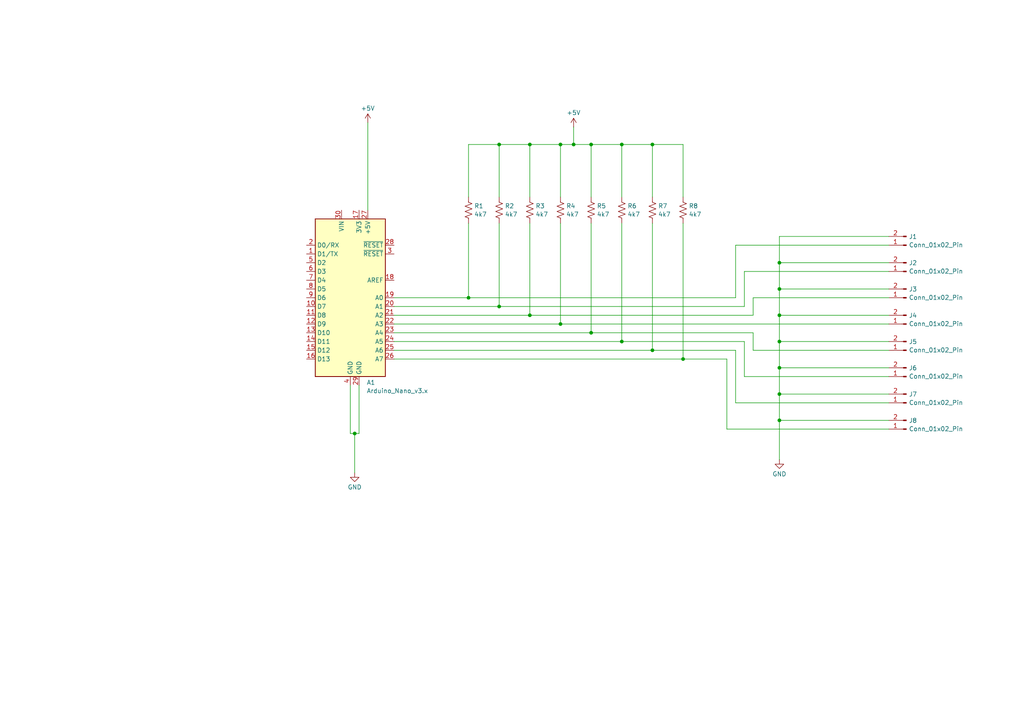
<source format=kicad_sch>
(kicad_sch
	(version 20231120)
	(generator "eeschema")
	(generator_version "8.0")
	(uuid "6f0c70ad-9771-48b3-9dd7-c2b109cfdac4")
	(paper "A4")
	(lib_symbols
		(symbol "Connector:Conn_01x02_Pin"
			(pin_names
				(offset 1.016) hide)
			(exclude_from_sim no)
			(in_bom yes)
			(on_board yes)
			(property "Reference" "J"
				(at 0 2.54 0)
				(effects
					(font
						(size 1.27 1.27)
					)
				)
			)
			(property "Value" "Conn_01x02_Pin"
				(at 0 -5.08 0)
				(effects
					(font
						(size 1.27 1.27)
					)
				)
			)
			(property "Footprint" ""
				(at 0 0 0)
				(effects
					(font
						(size 1.27 1.27)
					)
					(hide yes)
				)
			)
			(property "Datasheet" "~"
				(at 0 0 0)
				(effects
					(font
						(size 1.27 1.27)
					)
					(hide yes)
				)
			)
			(property "Description" "Generic connector, single row, 01x02, script generated"
				(at 0 0 0)
				(effects
					(font
						(size 1.27 1.27)
					)
					(hide yes)
				)
			)
			(property "ki_locked" ""
				(at 0 0 0)
				(effects
					(font
						(size 1.27 1.27)
					)
				)
			)
			(property "ki_keywords" "connector"
				(at 0 0 0)
				(effects
					(font
						(size 1.27 1.27)
					)
					(hide yes)
				)
			)
			(property "ki_fp_filters" "Connector*:*_1x??_*"
				(at 0 0 0)
				(effects
					(font
						(size 1.27 1.27)
					)
					(hide yes)
				)
			)
			(symbol "Conn_01x02_Pin_1_1"
				(polyline
					(pts
						(xy 1.27 -2.54) (xy 0.8636 -2.54)
					)
					(stroke
						(width 0.1524)
						(type default)
					)
					(fill
						(type none)
					)
				)
				(polyline
					(pts
						(xy 1.27 0) (xy 0.8636 0)
					)
					(stroke
						(width 0.1524)
						(type default)
					)
					(fill
						(type none)
					)
				)
				(rectangle
					(start 0.8636 -2.413)
					(end 0 -2.667)
					(stroke
						(width 0.1524)
						(type default)
					)
					(fill
						(type outline)
					)
				)
				(rectangle
					(start 0.8636 0.127)
					(end 0 -0.127)
					(stroke
						(width 0.1524)
						(type default)
					)
					(fill
						(type outline)
					)
				)
				(pin passive line
					(at 5.08 0 180)
					(length 3.81)
					(name "Pin_1"
						(effects
							(font
								(size 1.27 1.27)
							)
						)
					)
					(number "1"
						(effects
							(font
								(size 1.27 1.27)
							)
						)
					)
				)
				(pin passive line
					(at 5.08 -2.54 180)
					(length 3.81)
					(name "Pin_2"
						(effects
							(font
								(size 1.27 1.27)
							)
						)
					)
					(number "2"
						(effects
							(font
								(size 1.27 1.27)
							)
						)
					)
				)
			)
		)
		(symbol "Device:R_US"
			(pin_numbers hide)
			(pin_names
				(offset 0)
			)
			(exclude_from_sim no)
			(in_bom yes)
			(on_board yes)
			(property "Reference" "R"
				(at 2.54 0 90)
				(effects
					(font
						(size 1.27 1.27)
					)
				)
			)
			(property "Value" "R_US"
				(at -2.54 0 90)
				(effects
					(font
						(size 1.27 1.27)
					)
				)
			)
			(property "Footprint" ""
				(at 1.016 -0.254 90)
				(effects
					(font
						(size 1.27 1.27)
					)
					(hide yes)
				)
			)
			(property "Datasheet" "~"
				(at 0 0 0)
				(effects
					(font
						(size 1.27 1.27)
					)
					(hide yes)
				)
			)
			(property "Description" "Resistor, US symbol"
				(at 0 0 0)
				(effects
					(font
						(size 1.27 1.27)
					)
					(hide yes)
				)
			)
			(property "ki_keywords" "R res resistor"
				(at 0 0 0)
				(effects
					(font
						(size 1.27 1.27)
					)
					(hide yes)
				)
			)
			(property "ki_fp_filters" "R_*"
				(at 0 0 0)
				(effects
					(font
						(size 1.27 1.27)
					)
					(hide yes)
				)
			)
			(symbol "R_US_0_1"
				(polyline
					(pts
						(xy 0 -2.286) (xy 0 -2.54)
					)
					(stroke
						(width 0)
						(type default)
					)
					(fill
						(type none)
					)
				)
				(polyline
					(pts
						(xy 0 2.286) (xy 0 2.54)
					)
					(stroke
						(width 0)
						(type default)
					)
					(fill
						(type none)
					)
				)
				(polyline
					(pts
						(xy 0 -0.762) (xy 1.016 -1.143) (xy 0 -1.524) (xy -1.016 -1.905) (xy 0 -2.286)
					)
					(stroke
						(width 0)
						(type default)
					)
					(fill
						(type none)
					)
				)
				(polyline
					(pts
						(xy 0 0.762) (xy 1.016 0.381) (xy 0 0) (xy -1.016 -0.381) (xy 0 -0.762)
					)
					(stroke
						(width 0)
						(type default)
					)
					(fill
						(type none)
					)
				)
				(polyline
					(pts
						(xy 0 2.286) (xy 1.016 1.905) (xy 0 1.524) (xy -1.016 1.143) (xy 0 0.762)
					)
					(stroke
						(width 0)
						(type default)
					)
					(fill
						(type none)
					)
				)
			)
			(symbol "R_US_1_1"
				(pin passive line
					(at 0 3.81 270)
					(length 1.27)
					(name "~"
						(effects
							(font
								(size 1.27 1.27)
							)
						)
					)
					(number "1"
						(effects
							(font
								(size 1.27 1.27)
							)
						)
					)
				)
				(pin passive line
					(at 0 -3.81 90)
					(length 1.27)
					(name "~"
						(effects
							(font
								(size 1.27 1.27)
							)
						)
					)
					(number "2"
						(effects
							(font
								(size 1.27 1.27)
							)
						)
					)
				)
			)
		)
		(symbol "MCU_Module:Arduino_Nano_v3.x"
			(exclude_from_sim no)
			(in_bom yes)
			(on_board yes)
			(property "Reference" "A"
				(at -10.16 23.495 0)
				(effects
					(font
						(size 1.27 1.27)
					)
					(justify left bottom)
				)
			)
			(property "Value" "Arduino_Nano_v3.x"
				(at 5.08 -24.13 0)
				(effects
					(font
						(size 1.27 1.27)
					)
					(justify left top)
				)
			)
			(property "Footprint" "Module:Arduino_Nano"
				(at 0 0 0)
				(effects
					(font
						(size 1.27 1.27)
						(italic yes)
					)
					(hide yes)
				)
			)
			(property "Datasheet" "http://www.mouser.com/pdfdocs/Gravitech_Arduino_Nano3_0.pdf"
				(at 0 0 0)
				(effects
					(font
						(size 1.27 1.27)
					)
					(hide yes)
				)
			)
			(property "Description" "Arduino Nano v3.x"
				(at 0 0 0)
				(effects
					(font
						(size 1.27 1.27)
					)
					(hide yes)
				)
			)
			(property "ki_keywords" "Arduino nano microcontroller module USB"
				(at 0 0 0)
				(effects
					(font
						(size 1.27 1.27)
					)
					(hide yes)
				)
			)
			(property "ki_fp_filters" "Arduino*Nano*"
				(at 0 0 0)
				(effects
					(font
						(size 1.27 1.27)
					)
					(hide yes)
				)
			)
			(symbol "Arduino_Nano_v3.x_0_1"
				(rectangle
					(start -10.16 22.86)
					(end 10.16 -22.86)
					(stroke
						(width 0.254)
						(type default)
					)
					(fill
						(type background)
					)
				)
			)
			(symbol "Arduino_Nano_v3.x_1_1"
				(pin bidirectional line
					(at -12.7 12.7 0)
					(length 2.54)
					(name "D1/TX"
						(effects
							(font
								(size 1.27 1.27)
							)
						)
					)
					(number "1"
						(effects
							(font
								(size 1.27 1.27)
							)
						)
					)
				)
				(pin bidirectional line
					(at -12.7 -2.54 0)
					(length 2.54)
					(name "D7"
						(effects
							(font
								(size 1.27 1.27)
							)
						)
					)
					(number "10"
						(effects
							(font
								(size 1.27 1.27)
							)
						)
					)
				)
				(pin bidirectional line
					(at -12.7 -5.08 0)
					(length 2.54)
					(name "D8"
						(effects
							(font
								(size 1.27 1.27)
							)
						)
					)
					(number "11"
						(effects
							(font
								(size 1.27 1.27)
							)
						)
					)
				)
				(pin bidirectional line
					(at -12.7 -7.62 0)
					(length 2.54)
					(name "D9"
						(effects
							(font
								(size 1.27 1.27)
							)
						)
					)
					(number "12"
						(effects
							(font
								(size 1.27 1.27)
							)
						)
					)
				)
				(pin bidirectional line
					(at -12.7 -10.16 0)
					(length 2.54)
					(name "D10"
						(effects
							(font
								(size 1.27 1.27)
							)
						)
					)
					(number "13"
						(effects
							(font
								(size 1.27 1.27)
							)
						)
					)
				)
				(pin bidirectional line
					(at -12.7 -12.7 0)
					(length 2.54)
					(name "D11"
						(effects
							(font
								(size 1.27 1.27)
							)
						)
					)
					(number "14"
						(effects
							(font
								(size 1.27 1.27)
							)
						)
					)
				)
				(pin bidirectional line
					(at -12.7 -15.24 0)
					(length 2.54)
					(name "D12"
						(effects
							(font
								(size 1.27 1.27)
							)
						)
					)
					(number "15"
						(effects
							(font
								(size 1.27 1.27)
							)
						)
					)
				)
				(pin bidirectional line
					(at -12.7 -17.78 0)
					(length 2.54)
					(name "D13"
						(effects
							(font
								(size 1.27 1.27)
							)
						)
					)
					(number "16"
						(effects
							(font
								(size 1.27 1.27)
							)
						)
					)
				)
				(pin power_out line
					(at 2.54 25.4 270)
					(length 2.54)
					(name "3V3"
						(effects
							(font
								(size 1.27 1.27)
							)
						)
					)
					(number "17"
						(effects
							(font
								(size 1.27 1.27)
							)
						)
					)
				)
				(pin input line
					(at 12.7 5.08 180)
					(length 2.54)
					(name "AREF"
						(effects
							(font
								(size 1.27 1.27)
							)
						)
					)
					(number "18"
						(effects
							(font
								(size 1.27 1.27)
							)
						)
					)
				)
				(pin bidirectional line
					(at 12.7 0 180)
					(length 2.54)
					(name "A0"
						(effects
							(font
								(size 1.27 1.27)
							)
						)
					)
					(number "19"
						(effects
							(font
								(size 1.27 1.27)
							)
						)
					)
				)
				(pin bidirectional line
					(at -12.7 15.24 0)
					(length 2.54)
					(name "D0/RX"
						(effects
							(font
								(size 1.27 1.27)
							)
						)
					)
					(number "2"
						(effects
							(font
								(size 1.27 1.27)
							)
						)
					)
				)
				(pin bidirectional line
					(at 12.7 -2.54 180)
					(length 2.54)
					(name "A1"
						(effects
							(font
								(size 1.27 1.27)
							)
						)
					)
					(number "20"
						(effects
							(font
								(size 1.27 1.27)
							)
						)
					)
				)
				(pin bidirectional line
					(at 12.7 -5.08 180)
					(length 2.54)
					(name "A2"
						(effects
							(font
								(size 1.27 1.27)
							)
						)
					)
					(number "21"
						(effects
							(font
								(size 1.27 1.27)
							)
						)
					)
				)
				(pin bidirectional line
					(at 12.7 -7.62 180)
					(length 2.54)
					(name "A3"
						(effects
							(font
								(size 1.27 1.27)
							)
						)
					)
					(number "22"
						(effects
							(font
								(size 1.27 1.27)
							)
						)
					)
				)
				(pin bidirectional line
					(at 12.7 -10.16 180)
					(length 2.54)
					(name "A4"
						(effects
							(font
								(size 1.27 1.27)
							)
						)
					)
					(number "23"
						(effects
							(font
								(size 1.27 1.27)
							)
						)
					)
				)
				(pin bidirectional line
					(at 12.7 -12.7 180)
					(length 2.54)
					(name "A5"
						(effects
							(font
								(size 1.27 1.27)
							)
						)
					)
					(number "24"
						(effects
							(font
								(size 1.27 1.27)
							)
						)
					)
				)
				(pin bidirectional line
					(at 12.7 -15.24 180)
					(length 2.54)
					(name "A6"
						(effects
							(font
								(size 1.27 1.27)
							)
						)
					)
					(number "25"
						(effects
							(font
								(size 1.27 1.27)
							)
						)
					)
				)
				(pin bidirectional line
					(at 12.7 -17.78 180)
					(length 2.54)
					(name "A7"
						(effects
							(font
								(size 1.27 1.27)
							)
						)
					)
					(number "26"
						(effects
							(font
								(size 1.27 1.27)
							)
						)
					)
				)
				(pin power_out line
					(at 5.08 25.4 270)
					(length 2.54)
					(name "+5V"
						(effects
							(font
								(size 1.27 1.27)
							)
						)
					)
					(number "27"
						(effects
							(font
								(size 1.27 1.27)
							)
						)
					)
				)
				(pin input line
					(at 12.7 15.24 180)
					(length 2.54)
					(name "~{RESET}"
						(effects
							(font
								(size 1.27 1.27)
							)
						)
					)
					(number "28"
						(effects
							(font
								(size 1.27 1.27)
							)
						)
					)
				)
				(pin power_in line
					(at 2.54 -25.4 90)
					(length 2.54)
					(name "GND"
						(effects
							(font
								(size 1.27 1.27)
							)
						)
					)
					(number "29"
						(effects
							(font
								(size 1.27 1.27)
							)
						)
					)
				)
				(pin input line
					(at 12.7 12.7 180)
					(length 2.54)
					(name "~{RESET}"
						(effects
							(font
								(size 1.27 1.27)
							)
						)
					)
					(number "3"
						(effects
							(font
								(size 1.27 1.27)
							)
						)
					)
				)
				(pin power_in line
					(at -2.54 25.4 270)
					(length 2.54)
					(name "VIN"
						(effects
							(font
								(size 1.27 1.27)
							)
						)
					)
					(number "30"
						(effects
							(font
								(size 1.27 1.27)
							)
						)
					)
				)
				(pin power_in line
					(at 0 -25.4 90)
					(length 2.54)
					(name "GND"
						(effects
							(font
								(size 1.27 1.27)
							)
						)
					)
					(number "4"
						(effects
							(font
								(size 1.27 1.27)
							)
						)
					)
				)
				(pin bidirectional line
					(at -12.7 10.16 0)
					(length 2.54)
					(name "D2"
						(effects
							(font
								(size 1.27 1.27)
							)
						)
					)
					(number "5"
						(effects
							(font
								(size 1.27 1.27)
							)
						)
					)
				)
				(pin bidirectional line
					(at -12.7 7.62 0)
					(length 2.54)
					(name "D3"
						(effects
							(font
								(size 1.27 1.27)
							)
						)
					)
					(number "6"
						(effects
							(font
								(size 1.27 1.27)
							)
						)
					)
				)
				(pin bidirectional line
					(at -12.7 5.08 0)
					(length 2.54)
					(name "D4"
						(effects
							(font
								(size 1.27 1.27)
							)
						)
					)
					(number "7"
						(effects
							(font
								(size 1.27 1.27)
							)
						)
					)
				)
				(pin bidirectional line
					(at -12.7 2.54 0)
					(length 2.54)
					(name "D5"
						(effects
							(font
								(size 1.27 1.27)
							)
						)
					)
					(number "8"
						(effects
							(font
								(size 1.27 1.27)
							)
						)
					)
				)
				(pin bidirectional line
					(at -12.7 0 0)
					(length 2.54)
					(name "D6"
						(effects
							(font
								(size 1.27 1.27)
							)
						)
					)
					(number "9"
						(effects
							(font
								(size 1.27 1.27)
							)
						)
					)
				)
			)
		)
		(symbol "power:+5V"
			(power)
			(pin_numbers hide)
			(pin_names
				(offset 0) hide)
			(exclude_from_sim no)
			(in_bom yes)
			(on_board yes)
			(property "Reference" "#PWR"
				(at 0 -3.81 0)
				(effects
					(font
						(size 1.27 1.27)
					)
					(hide yes)
				)
			)
			(property "Value" "+5V"
				(at 0 3.556 0)
				(effects
					(font
						(size 1.27 1.27)
					)
				)
			)
			(property "Footprint" ""
				(at 0 0 0)
				(effects
					(font
						(size 1.27 1.27)
					)
					(hide yes)
				)
			)
			(property "Datasheet" ""
				(at 0 0 0)
				(effects
					(font
						(size 1.27 1.27)
					)
					(hide yes)
				)
			)
			(property "Description" "Power symbol creates a global label with name \"+5V\""
				(at 0 0 0)
				(effects
					(font
						(size 1.27 1.27)
					)
					(hide yes)
				)
			)
			(property "ki_keywords" "global power"
				(at 0 0 0)
				(effects
					(font
						(size 1.27 1.27)
					)
					(hide yes)
				)
			)
			(symbol "+5V_0_1"
				(polyline
					(pts
						(xy -0.762 1.27) (xy 0 2.54)
					)
					(stroke
						(width 0)
						(type default)
					)
					(fill
						(type none)
					)
				)
				(polyline
					(pts
						(xy 0 0) (xy 0 2.54)
					)
					(stroke
						(width 0)
						(type default)
					)
					(fill
						(type none)
					)
				)
				(polyline
					(pts
						(xy 0 2.54) (xy 0.762 1.27)
					)
					(stroke
						(width 0)
						(type default)
					)
					(fill
						(type none)
					)
				)
			)
			(symbol "+5V_1_1"
				(pin power_in line
					(at 0 0 90)
					(length 0)
					(name "~"
						(effects
							(font
								(size 1.27 1.27)
							)
						)
					)
					(number "1"
						(effects
							(font
								(size 1.27 1.27)
							)
						)
					)
				)
			)
		)
		(symbol "power:GND"
			(power)
			(pin_numbers hide)
			(pin_names
				(offset 0) hide)
			(exclude_from_sim no)
			(in_bom yes)
			(on_board yes)
			(property "Reference" "#PWR"
				(at 0 -6.35 0)
				(effects
					(font
						(size 1.27 1.27)
					)
					(hide yes)
				)
			)
			(property "Value" "GND"
				(at 0 -3.81 0)
				(effects
					(font
						(size 1.27 1.27)
					)
				)
			)
			(property "Footprint" ""
				(at 0 0 0)
				(effects
					(font
						(size 1.27 1.27)
					)
					(hide yes)
				)
			)
			(property "Datasheet" ""
				(at 0 0 0)
				(effects
					(font
						(size 1.27 1.27)
					)
					(hide yes)
				)
			)
			(property "Description" "Power symbol creates a global label with name \"GND\" , ground"
				(at 0 0 0)
				(effects
					(font
						(size 1.27 1.27)
					)
					(hide yes)
				)
			)
			(property "ki_keywords" "global power"
				(at 0 0 0)
				(effects
					(font
						(size 1.27 1.27)
					)
					(hide yes)
				)
			)
			(symbol "GND_0_1"
				(polyline
					(pts
						(xy 0 0) (xy 0 -1.27) (xy 1.27 -1.27) (xy 0 -2.54) (xy -1.27 -1.27) (xy 0 -1.27)
					)
					(stroke
						(width 0)
						(type default)
					)
					(fill
						(type none)
					)
				)
			)
			(symbol "GND_1_1"
				(pin power_in line
					(at 0 0 270)
					(length 0)
					(name "~"
						(effects
							(font
								(size 1.27 1.27)
							)
						)
					)
					(number "1"
						(effects
							(font
								(size 1.27 1.27)
							)
						)
					)
				)
			)
		)
	)
	(junction
		(at 180.34 41.91)
		(diameter 0)
		(color 0 0 0 0)
		(uuid "2ae4cc73-1721-431c-a267-3ad71c208772")
	)
	(junction
		(at 171.45 41.91)
		(diameter 0)
		(color 0 0 0 0)
		(uuid "3c59e4ed-e37a-4971-ad5a-33bdadc81760")
	)
	(junction
		(at 162.56 93.98)
		(diameter 0)
		(color 0 0 0 0)
		(uuid "4c574bbb-d1df-430f-9277-8f9fa02d3d62")
	)
	(junction
		(at 198.12 104.14)
		(diameter 0)
		(color 0 0 0 0)
		(uuid "54682581-39c7-4a32-b3fc-66cba7a54cbb")
	)
	(junction
		(at 189.23 41.91)
		(diameter 0)
		(color 0 0 0 0)
		(uuid "54d9a591-2d48-4add-afa5-7bb2d60d5e3a")
	)
	(junction
		(at 226.06 99.06)
		(diameter 0)
		(color 0 0 0 0)
		(uuid "62685816-3a6d-417e-815d-4e256c3b218a")
	)
	(junction
		(at 171.45 96.52)
		(diameter 0)
		(color 0 0 0 0)
		(uuid "6565c447-8462-45ad-9e44-588b5c9354b6")
	)
	(junction
		(at 153.67 91.44)
		(diameter 0)
		(color 0 0 0 0)
		(uuid "74e5cfbc-5d03-43cf-8864-2fa3825a8be6")
	)
	(junction
		(at 166.37 41.91)
		(diameter 0)
		(color 0 0 0 0)
		(uuid "80d2998a-2094-4132-a45e-d7d81297d143")
	)
	(junction
		(at 226.06 114.3)
		(diameter 0)
		(color 0 0 0 0)
		(uuid "82c3521e-e93b-48dd-a5bf-6fb31b1bb533")
	)
	(junction
		(at 226.06 106.68)
		(diameter 0)
		(color 0 0 0 0)
		(uuid "8385f7c1-ff72-41cb-b598-2092f90ede40")
	)
	(junction
		(at 102.87 125.73)
		(diameter 0)
		(color 0 0 0 0)
		(uuid "938c4f0a-1b2a-40d2-9d11-b06d9611b4a9")
	)
	(junction
		(at 226.06 121.92)
		(diameter 0)
		(color 0 0 0 0)
		(uuid "9be39448-2e3f-4cc5-b56b-5194faf941cf")
	)
	(junction
		(at 153.67 41.91)
		(diameter 0)
		(color 0 0 0 0)
		(uuid "a2c5afae-5503-4b12-8bb2-e3a53b4dec4d")
	)
	(junction
		(at 144.78 88.9)
		(diameter 0)
		(color 0 0 0 0)
		(uuid "ad8c579e-2c3a-4313-8553-029be0749722")
	)
	(junction
		(at 189.23 101.6)
		(diameter 0)
		(color 0 0 0 0)
		(uuid "bc1e6e0b-51ac-480b-9eb5-1a7ce5c47f81")
	)
	(junction
		(at 162.56 41.91)
		(diameter 0)
		(color 0 0 0 0)
		(uuid "bd9049be-e885-4117-8d4a-10da8283637f")
	)
	(junction
		(at 180.34 99.06)
		(diameter 0)
		(color 0 0 0 0)
		(uuid "cb71fb7e-2078-4457-8ac0-0f0c701d945d")
	)
	(junction
		(at 135.89 86.36)
		(diameter 0)
		(color 0 0 0 0)
		(uuid "d9febab9-6dc8-4dcf-9d1d-f058546c6665")
	)
	(junction
		(at 226.06 76.2)
		(diameter 0)
		(color 0 0 0 0)
		(uuid "e1e21b1c-bb79-4a95-b35d-5c0b75f4bf75")
	)
	(junction
		(at 226.06 91.44)
		(diameter 0)
		(color 0 0 0 0)
		(uuid "e35caae3-1855-4358-833b-1a3e399ccd1e")
	)
	(junction
		(at 144.78 41.91)
		(diameter 0)
		(color 0 0 0 0)
		(uuid "efb90e57-c8fa-4386-a9c0-3855acbf9994")
	)
	(junction
		(at 226.06 83.82)
		(diameter 0)
		(color 0 0 0 0)
		(uuid "f732e8fc-bded-4b24-b87c-8ea6ef8a8fe2")
	)
	(wire
		(pts
			(xy 114.3 93.98) (xy 162.56 93.98)
		)
		(stroke
			(width 0)
			(type default)
		)
		(uuid "06225c04-3856-46b9-a3da-447423107b57")
	)
	(wire
		(pts
			(xy 226.06 114.3) (xy 257.81 114.3)
		)
		(stroke
			(width 0)
			(type default)
		)
		(uuid "0c42a4bc-b46d-41e0-bd3e-f6b103a881a0")
	)
	(wire
		(pts
			(xy 162.56 93.98) (xy 257.81 93.98)
		)
		(stroke
			(width 0)
			(type default)
		)
		(uuid "0c9f1ffc-f446-4e2e-9bcb-7cfed7c81550")
	)
	(wire
		(pts
			(xy 135.89 57.15) (xy 135.89 41.91)
		)
		(stroke
			(width 0)
			(type default)
		)
		(uuid "10e99ead-1df2-402e-b832-5ec4563eb755")
	)
	(wire
		(pts
			(xy 171.45 96.52) (xy 171.45 64.77)
		)
		(stroke
			(width 0)
			(type default)
		)
		(uuid "1230a184-c8c7-436e-ae1b-8e1f2702c219")
	)
	(wire
		(pts
			(xy 101.6 111.76) (xy 101.6 125.73)
		)
		(stroke
			(width 0)
			(type default)
		)
		(uuid "1692a5c7-f42a-4b9a-8f5a-fdfa35c9a844")
	)
	(wire
		(pts
			(xy 226.06 83.82) (xy 226.06 91.44)
		)
		(stroke
			(width 0)
			(type default)
		)
		(uuid "17954212-8deb-4590-8237-1a9f2d7ff7f2")
	)
	(wire
		(pts
			(xy 102.87 125.73) (xy 102.87 137.16)
		)
		(stroke
			(width 0)
			(type default)
		)
		(uuid "17a75707-637b-47fe-b3b6-baf80e7c0bcb")
	)
	(wire
		(pts
			(xy 114.3 96.52) (xy 171.45 96.52)
		)
		(stroke
			(width 0)
			(type default)
		)
		(uuid "1b38d35a-daef-463f-8f8e-56bad3aff6fd")
	)
	(wire
		(pts
			(xy 153.67 41.91) (xy 162.56 41.91)
		)
		(stroke
			(width 0)
			(type default)
		)
		(uuid "2430bec8-ce51-4078-8195-0ebd562eb29d")
	)
	(wire
		(pts
			(xy 198.12 41.91) (xy 198.12 57.15)
		)
		(stroke
			(width 0)
			(type default)
		)
		(uuid "2bfd89ee-96c0-428e-8acd-d5b963c7608d")
	)
	(wire
		(pts
			(xy 166.37 41.91) (xy 166.37 36.83)
		)
		(stroke
			(width 0)
			(type default)
		)
		(uuid "2d3f2eed-670b-449d-85b4-87ecb5bb5805")
	)
	(wire
		(pts
			(xy 114.3 86.36) (xy 135.89 86.36)
		)
		(stroke
			(width 0)
			(type default)
		)
		(uuid "2d45d7d4-28b1-4c4b-b255-7269c7b56193")
	)
	(wire
		(pts
			(xy 189.23 41.91) (xy 189.23 57.15)
		)
		(stroke
			(width 0)
			(type default)
		)
		(uuid "2f191572-2d86-40d3-957d-df23eaee7a2d")
	)
	(wire
		(pts
			(xy 171.45 57.15) (xy 171.45 41.91)
		)
		(stroke
			(width 0)
			(type default)
		)
		(uuid "30fcb895-ffd8-4978-a27a-3f005f2ed576")
	)
	(wire
		(pts
			(xy 226.06 121.92) (xy 226.06 133.35)
		)
		(stroke
			(width 0)
			(type default)
		)
		(uuid "32040a32-3de4-4555-a0d0-bbd0f685c6f8")
	)
	(wire
		(pts
			(xy 104.14 125.73) (xy 102.87 125.73)
		)
		(stroke
			(width 0)
			(type default)
		)
		(uuid "35629432-b4f8-49fb-bda2-28a1ed316e41")
	)
	(wire
		(pts
			(xy 114.3 91.44) (xy 153.67 91.44)
		)
		(stroke
			(width 0)
			(type default)
		)
		(uuid "36bf6efe-50c2-43cd-a40b-f1d79637eff4")
	)
	(wire
		(pts
			(xy 135.89 86.36) (xy 135.89 64.77)
		)
		(stroke
			(width 0)
			(type default)
		)
		(uuid "3d93fd5a-b816-4232-9e6b-9541b5d47993")
	)
	(wire
		(pts
			(xy 226.06 68.58) (xy 226.06 76.2)
		)
		(stroke
			(width 0)
			(type default)
		)
		(uuid "3f1b9540-8097-45f9-905c-38a7ec40273d")
	)
	(wire
		(pts
			(xy 180.34 57.15) (xy 180.34 41.91)
		)
		(stroke
			(width 0)
			(type default)
		)
		(uuid "41e312f1-c59f-497e-9467-86dcdb7efdf8")
	)
	(wire
		(pts
			(xy 210.82 104.14) (xy 210.82 124.46)
		)
		(stroke
			(width 0)
			(type default)
		)
		(uuid "4733af5e-4a3a-4d50-a90f-87d4fa333fe6")
	)
	(wire
		(pts
			(xy 226.06 99.06) (xy 226.06 106.68)
		)
		(stroke
			(width 0)
			(type default)
		)
		(uuid "48e7eb9e-6901-4fde-b7b1-9440771f4e56")
	)
	(wire
		(pts
			(xy 226.06 106.68) (xy 257.81 106.68)
		)
		(stroke
			(width 0)
			(type default)
		)
		(uuid "494b1824-2e03-4dcb-9f23-72e8bf313bea")
	)
	(wire
		(pts
			(xy 215.9 99.06) (xy 215.9 109.22)
		)
		(stroke
			(width 0)
			(type default)
		)
		(uuid "4ed2216c-7634-4ac8-9f66-4b1d8ebb268e")
	)
	(wire
		(pts
			(xy 144.78 41.91) (xy 144.78 57.15)
		)
		(stroke
			(width 0)
			(type default)
		)
		(uuid "53df4212-7027-48cd-a412-ddb11326bf76")
	)
	(wire
		(pts
			(xy 153.67 91.44) (xy 218.44 91.44)
		)
		(stroke
			(width 0)
			(type default)
		)
		(uuid "5541823e-fa4c-40d7-8c15-b2ffa20559a0")
	)
	(wire
		(pts
			(xy 153.67 41.91) (xy 153.67 57.15)
		)
		(stroke
			(width 0)
			(type default)
		)
		(uuid "61c86ef0-ef56-4b2d-aa09-da0cc29dc4dd")
	)
	(wire
		(pts
			(xy 226.06 106.68) (xy 226.06 114.3)
		)
		(stroke
			(width 0)
			(type default)
		)
		(uuid "65f5dd03-781a-42b1-b991-fb90a8499d15")
	)
	(wire
		(pts
			(xy 218.44 96.52) (xy 218.44 101.6)
		)
		(stroke
			(width 0)
			(type default)
		)
		(uuid "686cde97-a0e3-46a4-8caf-098a2216cd7c")
	)
	(wire
		(pts
			(xy 104.14 111.76) (xy 104.14 125.73)
		)
		(stroke
			(width 0)
			(type default)
		)
		(uuid "6abb3a9d-c8b4-4742-9e49-677b1b0a6319")
	)
	(wire
		(pts
			(xy 213.36 71.12) (xy 257.81 71.12)
		)
		(stroke
			(width 0)
			(type default)
		)
		(uuid "6d4e4ee3-b5c4-42e9-8ccf-0a9dcc364019")
	)
	(wire
		(pts
			(xy 101.6 125.73) (xy 102.87 125.73)
		)
		(stroke
			(width 0)
			(type default)
		)
		(uuid "6d8f5ebe-e931-4bdc-8984-f77c345d0c82")
	)
	(wire
		(pts
			(xy 162.56 93.98) (xy 162.56 64.77)
		)
		(stroke
			(width 0)
			(type default)
		)
		(uuid "6f757015-c451-47c8-bd0f-2da75b19562f")
	)
	(wire
		(pts
			(xy 215.9 109.22) (xy 257.81 109.22)
		)
		(stroke
			(width 0)
			(type default)
		)
		(uuid "74294e0d-661a-4452-a5a8-3114b0c9f86b")
	)
	(wire
		(pts
			(xy 198.12 104.14) (xy 210.82 104.14)
		)
		(stroke
			(width 0)
			(type default)
		)
		(uuid "7f97b477-e0de-4c97-948e-b06b9bef012c")
	)
	(wire
		(pts
			(xy 210.82 124.46) (xy 257.81 124.46)
		)
		(stroke
			(width 0)
			(type default)
		)
		(uuid "7fa2e6cc-8d3a-4170-963b-42a0a893a5aa")
	)
	(wire
		(pts
			(xy 114.3 101.6) (xy 189.23 101.6)
		)
		(stroke
			(width 0)
			(type default)
		)
		(uuid "7ff477c1-201c-45b7-841d-9b1b0eace02e")
	)
	(wire
		(pts
			(xy 114.3 104.14) (xy 198.12 104.14)
		)
		(stroke
			(width 0)
			(type default)
		)
		(uuid "827090c2-4fbb-4ff4-a7c7-5e8b0e3575e7")
	)
	(wire
		(pts
			(xy 135.89 41.91) (xy 144.78 41.91)
		)
		(stroke
			(width 0)
			(type default)
		)
		(uuid "83b9e8ad-49d7-458c-9bcd-8eb3e76f0497")
	)
	(wire
		(pts
			(xy 114.3 88.9) (xy 144.78 88.9)
		)
		(stroke
			(width 0)
			(type default)
		)
		(uuid "86007520-817c-4b4e-b48b-241d8cea018d")
	)
	(wire
		(pts
			(xy 198.12 104.14) (xy 198.12 64.77)
		)
		(stroke
			(width 0)
			(type default)
		)
		(uuid "9113a284-854c-408c-958e-78efd8a91a98")
	)
	(wire
		(pts
			(xy 226.06 114.3) (xy 226.06 121.92)
		)
		(stroke
			(width 0)
			(type default)
		)
		(uuid "91da7f7d-c0ad-4692-ab73-25b5b5759af8")
	)
	(wire
		(pts
			(xy 226.06 76.2) (xy 226.06 83.82)
		)
		(stroke
			(width 0)
			(type default)
		)
		(uuid "957d6cc0-5ae1-4e53-934c-349ad50712ff")
	)
	(wire
		(pts
			(xy 106.68 35.56) (xy 106.68 60.96)
		)
		(stroke
			(width 0)
			(type default)
		)
		(uuid "98d26680-b9be-4c32-aef6-ffa6a93c1503")
	)
	(wire
		(pts
			(xy 226.06 83.82) (xy 257.81 83.82)
		)
		(stroke
			(width 0)
			(type default)
		)
		(uuid "9a0009ab-2b04-44cb-8ec7-4d71f277958a")
	)
	(wire
		(pts
			(xy 153.67 91.44) (xy 153.67 64.77)
		)
		(stroke
			(width 0)
			(type default)
		)
		(uuid "9ae3263c-635d-4a64-9b03-208fda6dc846")
	)
	(wire
		(pts
			(xy 226.06 99.06) (xy 257.81 99.06)
		)
		(stroke
			(width 0)
			(type default)
		)
		(uuid "9ae62f51-f60a-4ac4-903c-5afa85df9160")
	)
	(wire
		(pts
			(xy 226.06 121.92) (xy 257.81 121.92)
		)
		(stroke
			(width 0)
			(type default)
		)
		(uuid "a125a6c4-4528-4336-a100-c704e3255fac")
	)
	(wire
		(pts
			(xy 162.56 41.91) (xy 166.37 41.91)
		)
		(stroke
			(width 0)
			(type default)
		)
		(uuid "a2a01be2-30d2-4d47-94d7-681ea6c0c1ac")
	)
	(wire
		(pts
			(xy 257.81 68.58) (xy 226.06 68.58)
		)
		(stroke
			(width 0)
			(type default)
		)
		(uuid "a83d6f07-58e9-41c9-8a97-d235249a65e4")
	)
	(wire
		(pts
			(xy 218.44 86.36) (xy 257.81 86.36)
		)
		(stroke
			(width 0)
			(type default)
		)
		(uuid "aefecddc-a077-4b3e-94cd-b612fc9d9725")
	)
	(wire
		(pts
			(xy 144.78 88.9) (xy 144.78 64.77)
		)
		(stroke
			(width 0)
			(type default)
		)
		(uuid "b3eb0e92-edbd-4e2c-8911-33a7f0c49266")
	)
	(wire
		(pts
			(xy 218.44 101.6) (xy 257.81 101.6)
		)
		(stroke
			(width 0)
			(type default)
		)
		(uuid "b4633b1b-2e85-4d06-91a3-c3941cb15a63")
	)
	(wire
		(pts
			(xy 213.36 116.84) (xy 257.81 116.84)
		)
		(stroke
			(width 0)
			(type default)
		)
		(uuid "b6395729-cc4b-43c0-bd9b-646e9dcbb5cc")
	)
	(wire
		(pts
			(xy 171.45 96.52) (xy 218.44 96.52)
		)
		(stroke
			(width 0)
			(type default)
		)
		(uuid "ba64c5c9-59b1-4447-aec8-3939b858dcc3")
	)
	(wire
		(pts
			(xy 226.06 91.44) (xy 257.81 91.44)
		)
		(stroke
			(width 0)
			(type default)
		)
		(uuid "bc9748ef-e978-4c0e-ae97-17723e957751")
	)
	(wire
		(pts
			(xy 213.36 101.6) (xy 213.36 116.84)
		)
		(stroke
			(width 0)
			(type default)
		)
		(uuid "bee04fdc-a64b-444b-85d7-3271f41b589c")
	)
	(wire
		(pts
			(xy 218.44 91.44) (xy 218.44 86.36)
		)
		(stroke
			(width 0)
			(type default)
		)
		(uuid "c041cc59-58d9-49f3-b5c3-a575198b29d4")
	)
	(wire
		(pts
			(xy 171.45 41.91) (xy 180.34 41.91)
		)
		(stroke
			(width 0)
			(type default)
		)
		(uuid "c043d978-b4d8-4f37-839e-6b028035304d")
	)
	(wire
		(pts
			(xy 171.45 41.91) (xy 166.37 41.91)
		)
		(stroke
			(width 0)
			(type default)
		)
		(uuid "c56d548a-9b79-41cd-a320-d0d7faa85ade")
	)
	(wire
		(pts
			(xy 226.06 76.2) (xy 257.81 76.2)
		)
		(stroke
			(width 0)
			(type default)
		)
		(uuid "c6f6f917-fc01-4504-9cc4-3390fa5ad75e")
	)
	(wire
		(pts
			(xy 189.23 101.6) (xy 213.36 101.6)
		)
		(stroke
			(width 0)
			(type default)
		)
		(uuid "c7c5e3f2-1a01-4d01-bb58-037712b02bfc")
	)
	(wire
		(pts
			(xy 189.23 101.6) (xy 189.23 64.77)
		)
		(stroke
			(width 0)
			(type default)
		)
		(uuid "cd9bf833-8fe1-4506-8c62-272d0c444287")
	)
	(wire
		(pts
			(xy 135.89 86.36) (xy 213.36 86.36)
		)
		(stroke
			(width 0)
			(type default)
		)
		(uuid "ce71c48d-5394-438e-bcfe-64844977baa3")
	)
	(wire
		(pts
			(xy 213.36 86.36) (xy 213.36 71.12)
		)
		(stroke
			(width 0)
			(type default)
		)
		(uuid "d42b8bbb-0636-4f90-8299-4f505ebee6fe")
	)
	(wire
		(pts
			(xy 162.56 41.91) (xy 162.56 57.15)
		)
		(stroke
			(width 0)
			(type default)
		)
		(uuid "d4b5a1cd-5b9d-4ecc-a655-eed9e5354854")
	)
	(wire
		(pts
			(xy 215.9 78.74) (xy 257.81 78.74)
		)
		(stroke
			(width 0)
			(type default)
		)
		(uuid "d7a998fb-e7ea-40b7-b589-9172d62553e0")
	)
	(wire
		(pts
			(xy 226.06 91.44) (xy 226.06 99.06)
		)
		(stroke
			(width 0)
			(type default)
		)
		(uuid "d911b8ee-3b8b-4bb0-a514-3c1dea5e639d")
	)
	(wire
		(pts
			(xy 180.34 99.06) (xy 215.9 99.06)
		)
		(stroke
			(width 0)
			(type default)
		)
		(uuid "d9c7e7a5-9508-4296-8dbd-c16c14bc90e0")
	)
	(wire
		(pts
			(xy 114.3 99.06) (xy 180.34 99.06)
		)
		(stroke
			(width 0)
			(type default)
		)
		(uuid "de9990a0-1ba4-4796-98dd-bb28e8df42c0")
	)
	(wire
		(pts
			(xy 215.9 88.9) (xy 215.9 78.74)
		)
		(stroke
			(width 0)
			(type default)
		)
		(uuid "e221d34a-b6e7-47c0-9f56-7b85cde79f7e")
	)
	(wire
		(pts
			(xy 144.78 41.91) (xy 153.67 41.91)
		)
		(stroke
			(width 0)
			(type default)
		)
		(uuid "e29ba865-647a-4c8b-8ead-7ab7bf9a506b")
	)
	(wire
		(pts
			(xy 144.78 88.9) (xy 215.9 88.9)
		)
		(stroke
			(width 0)
			(type default)
		)
		(uuid "e8353d39-8fdc-4f6f-9749-224948295439")
	)
	(wire
		(pts
			(xy 189.23 41.91) (xy 198.12 41.91)
		)
		(stroke
			(width 0)
			(type default)
		)
		(uuid "ef6cd489-4eda-4dd6-925a-8b5f744bad83")
	)
	(wire
		(pts
			(xy 180.34 99.06) (xy 180.34 64.77)
		)
		(stroke
			(width 0)
			(type default)
		)
		(uuid "f5a58906-8de0-44ec-8a72-425c1a09029b")
	)
	(wire
		(pts
			(xy 180.34 41.91) (xy 189.23 41.91)
		)
		(stroke
			(width 0)
			(type default)
		)
		(uuid "f9cf2bfd-8805-4577-a9e1-57a3e821f6de")
	)
	(symbol
		(lib_id "Connector:Conn_01x02_Pin")
		(at 262.89 86.36 180)
		(unit 1)
		(exclude_from_sim no)
		(in_bom yes)
		(on_board yes)
		(dnp no)
		(fields_autoplaced yes)
		(uuid "1356b27c-0af8-4fc3-b6fb-d3652ab911c8")
		(property "Reference" "J3"
			(at 263.6012 83.8778 0)
			(effects
				(font
					(size 1.27 1.27)
				)
				(justify right)
			)
		)
		(property "Value" "Conn_01x02_Pin"
			(at 263.6012 86.3021 0)
			(effects
				(font
					(size 1.27 1.27)
				)
				(justify right)
			)
		)
		(property "Footprint" "Connector_PinHeader_2.54mm:PinHeader_1x02_P2.54mm_Horizontal"
			(at 262.89 86.36 0)
			(effects
				(font
					(size 1.27 1.27)
				)
				(hide yes)
			)
		)
		(property "Datasheet" "~"
			(at 262.89 86.36 0)
			(effects
				(font
					(size 1.27 1.27)
				)
				(hide yes)
			)
		)
		(property "Description" "Generic connector, single row, 01x02, script generated"
			(at 262.89 86.36 0)
			(effects
				(font
					(size 1.27 1.27)
				)
				(hide yes)
			)
		)
		(pin "1"
			(uuid "1d6b1710-14ac-4889-87fe-c6eab9e3f906")
		)
		(pin "2"
			(uuid "e0aa93a0-43cc-4336-ab10-4346a14e5244")
		)
		(instances
			(project "8CH Thermal Monitor"
				(path "/6f0c70ad-9771-48b3-9dd7-c2b109cfdac4"
					(reference "J3")
					(unit 1)
				)
			)
		)
	)
	(symbol
		(lib_id "power:GND")
		(at 226.06 133.35 0)
		(unit 1)
		(exclude_from_sim no)
		(in_bom yes)
		(on_board yes)
		(dnp no)
		(fields_autoplaced yes)
		(uuid "28758503-7dc0-43db-a019-23fa59ce425c")
		(property "Reference" "#PWR02"
			(at 226.06 139.7 0)
			(effects
				(font
					(size 1.27 1.27)
				)
				(hide yes)
			)
		)
		(property "Value" "GND"
			(at 226.06 137.4831 0)
			(effects
				(font
					(size 1.27 1.27)
				)
			)
		)
		(property "Footprint" ""
			(at 226.06 133.35 0)
			(effects
				(font
					(size 1.27 1.27)
				)
				(hide yes)
			)
		)
		(property "Datasheet" ""
			(at 226.06 133.35 0)
			(effects
				(font
					(size 1.27 1.27)
				)
				(hide yes)
			)
		)
		(property "Description" "Power symbol creates a global label with name \"GND\" , ground"
			(at 226.06 133.35 0)
			(effects
				(font
					(size 1.27 1.27)
				)
				(hide yes)
			)
		)
		(pin "1"
			(uuid "89c9b7de-eb2f-4954-b372-e95adad646f5")
		)
		(instances
			(project ""
				(path "/6f0c70ad-9771-48b3-9dd7-c2b109cfdac4"
					(reference "#PWR02")
					(unit 1)
				)
			)
		)
	)
	(symbol
		(lib_id "Device:R_US")
		(at 198.12 60.96 0)
		(unit 1)
		(exclude_from_sim no)
		(in_bom yes)
		(on_board yes)
		(dnp no)
		(fields_autoplaced yes)
		(uuid "332f4140-7eed-48d9-9f3f-61422ba7a844")
		(property "Reference" "R8"
			(at 199.771 59.7478 0)
			(effects
				(font
					(size 1.27 1.27)
				)
				(justify left)
			)
		)
		(property "Value" "4k7"
			(at 199.771 62.1721 0)
			(effects
				(font
					(size 1.27 1.27)
				)
				(justify left)
			)
		)
		(property "Footprint" "Resistor_THT:R_Axial_DIN0207_L6.3mm_D2.5mm_P15.24mm_Horizontal"
			(at 199.136 61.214 90)
			(effects
				(font
					(size 1.27 1.27)
				)
				(hide yes)
			)
		)
		(property "Datasheet" "~"
			(at 198.12 60.96 0)
			(effects
				(font
					(size 1.27 1.27)
				)
				(hide yes)
			)
		)
		(property "Description" "Resistor, US symbol"
			(at 198.12 60.96 0)
			(effects
				(font
					(size 1.27 1.27)
				)
				(hide yes)
			)
		)
		(pin "2"
			(uuid "624313b6-30cf-44e8-b2b8-2013593cb3a6")
		)
		(pin "1"
			(uuid "29538a8f-3c5d-4c46-943e-3ea82f13c851")
		)
		(instances
			(project "8CH Thermal Monitor"
				(path "/6f0c70ad-9771-48b3-9dd7-c2b109cfdac4"
					(reference "R8")
					(unit 1)
				)
			)
		)
	)
	(symbol
		(lib_id "Device:R_US")
		(at 144.78 60.96 0)
		(unit 1)
		(exclude_from_sim no)
		(in_bom yes)
		(on_board yes)
		(dnp no)
		(fields_autoplaced yes)
		(uuid "448487a6-7226-4a5e-8611-643d6f0230be")
		(property "Reference" "R2"
			(at 146.431 59.7478 0)
			(effects
				(font
					(size 1.27 1.27)
				)
				(justify left)
			)
		)
		(property "Value" "4k7"
			(at 146.431 62.1721 0)
			(effects
				(font
					(size 1.27 1.27)
				)
				(justify left)
			)
		)
		(property "Footprint" "Resistor_THT:R_Axial_DIN0309_L9.0mm_D3.2mm_P20.32mm_Horizontal"
			(at 145.796 61.214 90)
			(effects
				(font
					(size 1.27 1.27)
				)
				(hide yes)
			)
		)
		(property "Datasheet" "~"
			(at 144.78 60.96 0)
			(effects
				(font
					(size 1.27 1.27)
				)
				(hide yes)
			)
		)
		(property "Description" "Resistor, US symbol"
			(at 144.78 60.96 0)
			(effects
				(font
					(size 1.27 1.27)
				)
				(hide yes)
			)
		)
		(pin "2"
			(uuid "5390d13e-64a3-43a9-a090-d4703c4a8af6")
		)
		(pin "1"
			(uuid "b38a49ad-3654-4314-a0cd-cddfdd231ea1")
		)
		(instances
			(project "8CH Thermal Monitor"
				(path "/6f0c70ad-9771-48b3-9dd7-c2b109cfdac4"
					(reference "R2")
					(unit 1)
				)
			)
		)
	)
	(symbol
		(lib_id "Device:R_US")
		(at 162.56 60.96 0)
		(unit 1)
		(exclude_from_sim no)
		(in_bom yes)
		(on_board yes)
		(dnp no)
		(fields_autoplaced yes)
		(uuid "47d0af0f-e1c6-4e0f-882e-10f6a46228bb")
		(property "Reference" "R4"
			(at 164.211 59.7478 0)
			(effects
				(font
					(size 1.27 1.27)
				)
				(justify left)
			)
		)
		(property "Value" "4k7"
			(at 164.211 62.1721 0)
			(effects
				(font
					(size 1.27 1.27)
				)
				(justify left)
			)
		)
		(property "Footprint" "Resistor_THT:R_Axial_DIN0207_L6.3mm_D2.5mm_P15.24mm_Horizontal"
			(at 163.576 61.214 90)
			(effects
				(font
					(size 1.27 1.27)
				)
				(hide yes)
			)
		)
		(property "Datasheet" "~"
			(at 162.56 60.96 0)
			(effects
				(font
					(size 1.27 1.27)
				)
				(hide yes)
			)
		)
		(property "Description" "Resistor, US symbol"
			(at 162.56 60.96 0)
			(effects
				(font
					(size 1.27 1.27)
				)
				(hide yes)
			)
		)
		(pin "2"
			(uuid "8c68fa94-a140-4d3a-8d24-da8b3b0c130b")
		)
		(pin "1"
			(uuid "88eec06c-2fc5-41a8-a494-d619036b2aab")
		)
		(instances
			(project "8CH Thermal Monitor"
				(path "/6f0c70ad-9771-48b3-9dd7-c2b109cfdac4"
					(reference "R4")
					(unit 1)
				)
			)
		)
	)
	(symbol
		(lib_id "Connector:Conn_01x02_Pin")
		(at 262.89 101.6 180)
		(unit 1)
		(exclude_from_sim no)
		(in_bom yes)
		(on_board yes)
		(dnp no)
		(fields_autoplaced yes)
		(uuid "48cf8039-bf61-4dba-b3c0-a6baf513a1e8")
		(property "Reference" "J5"
			(at 263.6012 99.1178 0)
			(effects
				(font
					(size 1.27 1.27)
				)
				(justify right)
			)
		)
		(property "Value" "Conn_01x02_Pin"
			(at 263.6012 101.5421 0)
			(effects
				(font
					(size 1.27 1.27)
				)
				(justify right)
			)
		)
		(property "Footprint" "Connector_PinHeader_2.54mm:PinHeader_1x02_P2.54mm_Horizontal"
			(at 262.89 101.6 0)
			(effects
				(font
					(size 1.27 1.27)
				)
				(hide yes)
			)
		)
		(property "Datasheet" "~"
			(at 262.89 101.6 0)
			(effects
				(font
					(size 1.27 1.27)
				)
				(hide yes)
			)
		)
		(property "Description" "Generic connector, single row, 01x02, script generated"
			(at 262.89 101.6 0)
			(effects
				(font
					(size 1.27 1.27)
				)
				(hide yes)
			)
		)
		(pin "1"
			(uuid "e7e3be5f-965f-4ec5-bdb8-6f513aed20c5")
		)
		(pin "2"
			(uuid "200df284-97b3-4588-a611-e7f163457dc3")
		)
		(instances
			(project "8CH Thermal Monitor"
				(path "/6f0c70ad-9771-48b3-9dd7-c2b109cfdac4"
					(reference "J5")
					(unit 1)
				)
			)
		)
	)
	(symbol
		(lib_id "Device:R_US")
		(at 135.89 60.96 0)
		(unit 1)
		(exclude_from_sim no)
		(in_bom yes)
		(on_board yes)
		(dnp no)
		(fields_autoplaced yes)
		(uuid "4a6df17e-0227-48b4-a245-3f375466b747")
		(property "Reference" "R1"
			(at 137.541 59.7478 0)
			(effects
				(font
					(size 1.27 1.27)
				)
				(justify left)
			)
		)
		(property "Value" "4k7"
			(at 137.541 62.1721 0)
			(effects
				(font
					(size 1.27 1.27)
				)
				(justify left)
			)
		)
		(property "Footprint" "Resistor_THT:R_Axial_DIN0309_L9.0mm_D3.2mm_P20.32mm_Horizontal"
			(at 136.906 61.214 90)
			(effects
				(font
					(size 1.27 1.27)
				)
				(hide yes)
			)
		)
		(property "Datasheet" "~"
			(at 135.89 60.96 0)
			(effects
				(font
					(size 1.27 1.27)
				)
				(hide yes)
			)
		)
		(property "Description" "Resistor, US symbol"
			(at 135.89 60.96 0)
			(effects
				(font
					(size 1.27 1.27)
				)
				(hide yes)
			)
		)
		(pin "2"
			(uuid "5d97049d-4e03-43a7-9022-00a76c8d7534")
		)
		(pin "1"
			(uuid "7c3c6dfc-c185-4e11-82cf-4fd6791d35e3")
		)
		(instances
			(project ""
				(path "/6f0c70ad-9771-48b3-9dd7-c2b109cfdac4"
					(reference "R1")
					(unit 1)
				)
			)
		)
	)
	(symbol
		(lib_id "power:GND")
		(at 102.87 137.16 0)
		(unit 1)
		(exclude_from_sim no)
		(in_bom yes)
		(on_board yes)
		(dnp no)
		(fields_autoplaced yes)
		(uuid "4c93c460-1725-44f1-b430-c68a08efa84c")
		(property "Reference" "#PWR04"
			(at 102.87 143.51 0)
			(effects
				(font
					(size 1.27 1.27)
				)
				(hide yes)
			)
		)
		(property "Value" "GND"
			(at 102.87 141.2931 0)
			(effects
				(font
					(size 1.27 1.27)
				)
			)
		)
		(property "Footprint" ""
			(at 102.87 137.16 0)
			(effects
				(font
					(size 1.27 1.27)
				)
				(hide yes)
			)
		)
		(property "Datasheet" ""
			(at 102.87 137.16 0)
			(effects
				(font
					(size 1.27 1.27)
				)
				(hide yes)
			)
		)
		(property "Description" "Power symbol creates a global label with name \"GND\" , ground"
			(at 102.87 137.16 0)
			(effects
				(font
					(size 1.27 1.27)
				)
				(hide yes)
			)
		)
		(pin "1"
			(uuid "cd7f8d4e-e441-42cc-93b1-ac8ed59029d2")
		)
		(instances
			(project "8CH Thermal Monitor"
				(path "/6f0c70ad-9771-48b3-9dd7-c2b109cfdac4"
					(reference "#PWR04")
					(unit 1)
				)
			)
		)
	)
	(symbol
		(lib_id "power:+5V")
		(at 106.68 35.56 0)
		(unit 1)
		(exclude_from_sim no)
		(in_bom yes)
		(on_board yes)
		(dnp no)
		(fields_autoplaced yes)
		(uuid "5a9ac61d-96ed-482e-97b2-b0a6ecb153de")
		(property "Reference" "#PWR03"
			(at 106.68 39.37 0)
			(effects
				(font
					(size 1.27 1.27)
				)
				(hide yes)
			)
		)
		(property "Value" "+5V"
			(at 106.68 31.4269 0)
			(effects
				(font
					(size 1.27 1.27)
				)
			)
		)
		(property "Footprint" ""
			(at 106.68 35.56 0)
			(effects
				(font
					(size 1.27 1.27)
				)
				(hide yes)
			)
		)
		(property "Datasheet" ""
			(at 106.68 35.56 0)
			(effects
				(font
					(size 1.27 1.27)
				)
				(hide yes)
			)
		)
		(property "Description" "Power symbol creates a global label with name \"+5V\""
			(at 106.68 35.56 0)
			(effects
				(font
					(size 1.27 1.27)
				)
				(hide yes)
			)
		)
		(pin "1"
			(uuid "8f1f3e23-b5ba-481a-9183-7fa842c80f4e")
		)
		(instances
			(project "8CH Thermal Monitor"
				(path "/6f0c70ad-9771-48b3-9dd7-c2b109cfdac4"
					(reference "#PWR03")
					(unit 1)
				)
			)
		)
	)
	(symbol
		(lib_id "Connector:Conn_01x02_Pin")
		(at 262.89 124.46 180)
		(unit 1)
		(exclude_from_sim no)
		(in_bom yes)
		(on_board yes)
		(dnp no)
		(fields_autoplaced yes)
		(uuid "5ee2f7e0-9e60-474d-9911-4a8e42902612")
		(property "Reference" "J8"
			(at 263.6012 121.9778 0)
			(effects
				(font
					(size 1.27 1.27)
				)
				(justify right)
			)
		)
		(property "Value" "Conn_01x02_Pin"
			(at 263.6012 124.4021 0)
			(effects
				(font
					(size 1.27 1.27)
				)
				(justify right)
			)
		)
		(property "Footprint" "Connector_PinHeader_2.54mm:PinHeader_1x02_P2.54mm_Horizontal"
			(at 262.89 124.46 0)
			(effects
				(font
					(size 1.27 1.27)
				)
				(hide yes)
			)
		)
		(property "Datasheet" "~"
			(at 262.89 124.46 0)
			(effects
				(font
					(size 1.27 1.27)
				)
				(hide yes)
			)
		)
		(property "Description" "Generic connector, single row, 01x02, script generated"
			(at 262.89 124.46 0)
			(effects
				(font
					(size 1.27 1.27)
				)
				(hide yes)
			)
		)
		(pin "1"
			(uuid "723c446b-6524-4cba-8e86-855d6c4a74ec")
		)
		(pin "2"
			(uuid "7d34f7e3-77ce-49b2-9bcf-30bbcbea13d5")
		)
		(instances
			(project "8CH Thermal Monitor"
				(path "/6f0c70ad-9771-48b3-9dd7-c2b109cfdac4"
					(reference "J8")
					(unit 1)
				)
			)
		)
	)
	(symbol
		(lib_id "Device:R_US")
		(at 153.67 60.96 0)
		(unit 1)
		(exclude_from_sim no)
		(in_bom yes)
		(on_board yes)
		(dnp no)
		(fields_autoplaced yes)
		(uuid "5fc72c2e-8486-4020-a6fb-8c5f8821149e")
		(property "Reference" "R3"
			(at 155.321 59.7478 0)
			(effects
				(font
					(size 1.27 1.27)
				)
				(justify left)
			)
		)
		(property "Value" "4k7"
			(at 155.321 62.1721 0)
			(effects
				(font
					(size 1.27 1.27)
				)
				(justify left)
			)
		)
		(property "Footprint" "Resistor_THT:R_Axial_DIN0207_L6.3mm_D2.5mm_P15.24mm_Horizontal"
			(at 154.686 61.214 90)
			(effects
				(font
					(size 1.27 1.27)
				)
				(hide yes)
			)
		)
		(property "Datasheet" "~"
			(at 153.67 60.96 0)
			(effects
				(font
					(size 1.27 1.27)
				)
				(hide yes)
			)
		)
		(property "Description" "Resistor, US symbol"
			(at 153.67 60.96 0)
			(effects
				(font
					(size 1.27 1.27)
				)
				(hide yes)
			)
		)
		(pin "2"
			(uuid "7d11dad7-fa79-4f93-8ec4-1201018833af")
		)
		(pin "1"
			(uuid "7cb34274-9b1c-470a-9a56-e8a0d5bbeffb")
		)
		(instances
			(project "8CH Thermal Monitor"
				(path "/6f0c70ad-9771-48b3-9dd7-c2b109cfdac4"
					(reference "R3")
					(unit 1)
				)
			)
		)
	)
	(symbol
		(lib_id "Connector:Conn_01x02_Pin")
		(at 262.89 116.84 180)
		(unit 1)
		(exclude_from_sim no)
		(in_bom yes)
		(on_board yes)
		(dnp no)
		(fields_autoplaced yes)
		(uuid "7b40cecf-dac7-4343-85db-6055254a86b0")
		(property "Reference" "J7"
			(at 263.6012 114.3578 0)
			(effects
				(font
					(size 1.27 1.27)
				)
				(justify right)
			)
		)
		(property "Value" "Conn_01x02_Pin"
			(at 263.6012 116.7821 0)
			(effects
				(font
					(size 1.27 1.27)
				)
				(justify right)
			)
		)
		(property "Footprint" "Connector_PinHeader_2.54mm:PinHeader_1x02_P2.54mm_Horizontal"
			(at 262.89 116.84 0)
			(effects
				(font
					(size 1.27 1.27)
				)
				(hide yes)
			)
		)
		(property "Datasheet" "~"
			(at 262.89 116.84 0)
			(effects
				(font
					(size 1.27 1.27)
				)
				(hide yes)
			)
		)
		(property "Description" "Generic connector, single row, 01x02, script generated"
			(at 262.89 116.84 0)
			(effects
				(font
					(size 1.27 1.27)
				)
				(hide yes)
			)
		)
		(pin "1"
			(uuid "9125b85b-942b-4fb8-8efc-458fd8b62f11")
		)
		(pin "2"
			(uuid "abb772ac-d44e-46fe-8cbd-1bc7c4427677")
		)
		(instances
			(project "8CH Thermal Monitor"
				(path "/6f0c70ad-9771-48b3-9dd7-c2b109cfdac4"
					(reference "J7")
					(unit 1)
				)
			)
		)
	)
	(symbol
		(lib_id "Connector:Conn_01x02_Pin")
		(at 262.89 109.22 180)
		(unit 1)
		(exclude_from_sim no)
		(in_bom yes)
		(on_board yes)
		(dnp no)
		(fields_autoplaced yes)
		(uuid "8280a338-535d-43ef-81da-15e82df3d73b")
		(property "Reference" "J6"
			(at 263.6012 106.7378 0)
			(effects
				(font
					(size 1.27 1.27)
				)
				(justify right)
			)
		)
		(property "Value" "Conn_01x02_Pin"
			(at 263.6012 109.1621 0)
			(effects
				(font
					(size 1.27 1.27)
				)
				(justify right)
			)
		)
		(property "Footprint" "Connector_PinHeader_2.54mm:PinHeader_1x02_P2.54mm_Horizontal"
			(at 262.89 109.22 0)
			(effects
				(font
					(size 1.27 1.27)
				)
				(hide yes)
			)
		)
		(property "Datasheet" "~"
			(at 262.89 109.22 0)
			(effects
				(font
					(size 1.27 1.27)
				)
				(hide yes)
			)
		)
		(property "Description" "Generic connector, single row, 01x02, script generated"
			(at 262.89 109.22 0)
			(effects
				(font
					(size 1.27 1.27)
				)
				(hide yes)
			)
		)
		(pin "1"
			(uuid "d3f5052a-6b3a-4ae2-b62c-92b2630481a5")
		)
		(pin "2"
			(uuid "e03c382a-9611-483b-b5de-ca5737cc3085")
		)
		(instances
			(project "8CH Thermal Monitor"
				(path "/6f0c70ad-9771-48b3-9dd7-c2b109cfdac4"
					(reference "J6")
					(unit 1)
				)
			)
		)
	)
	(symbol
		(lib_id "MCU_Module:Arduino_Nano_v3.x")
		(at 101.6 86.36 0)
		(unit 1)
		(exclude_from_sim no)
		(in_bom yes)
		(on_board yes)
		(dnp no)
		(fields_autoplaced yes)
		(uuid "8766d917-5168-4815-a7e3-2947cd08dc41")
		(property "Reference" "A1"
			(at 106.3341 110.9401 0)
			(effects
				(font
					(size 1.27 1.27)
				)
				(justify left)
			)
		)
		(property "Value" "Arduino_Nano_v3.x"
			(at 106.3341 113.3644 0)
			(effects
				(font
					(size 1.27 1.27)
				)
				(justify left)
			)
		)
		(property "Footprint" "Module:Arduino_Nano"
			(at 101.6 86.36 0)
			(effects
				(font
					(size 1.27 1.27)
					(italic yes)
				)
				(hide yes)
			)
		)
		(property "Datasheet" "http://www.mouser.com/pdfdocs/Gravitech_Arduino_Nano3_0.pdf"
			(at 101.6 86.36 0)
			(effects
				(font
					(size 1.27 1.27)
				)
				(hide yes)
			)
		)
		(property "Description" "Arduino Nano v3.x"
			(at 101.6 86.36 0)
			(effects
				(font
					(size 1.27 1.27)
				)
				(hide yes)
			)
		)
		(pin "30"
			(uuid "bbb51d79-6b3a-41d1-bd05-cfb2044690cd")
		)
		(pin "26"
			(uuid "258185e9-6d0b-4e9f-8be6-de56bf08de7c")
		)
		(pin "20"
			(uuid "de9498e9-6d7d-49f5-b7ef-e3998ed0d1b7")
		)
		(pin "28"
			(uuid "f9407c49-819a-46b5-8dc9-d379257b09e1")
		)
		(pin "14"
			(uuid "7eb33e40-bd92-4e00-a983-73521e7d3f41")
		)
		(pin "3"
			(uuid "5b71b79d-f6ca-471c-8202-2aa8c02b8b7b")
		)
		(pin "17"
			(uuid "d508f2c6-41fb-4e95-99e8-2bbb4fcedbdb")
		)
		(pin "22"
			(uuid "a5dd7eae-ab16-4e3d-8c94-05828338cf30")
		)
		(pin "12"
			(uuid "9b22f648-69a5-4eb5-b1b9-69712129eece")
		)
		(pin "15"
			(uuid "2600b68a-0f24-48cd-a17e-113938e3bca5")
		)
		(pin "8"
			(uuid "1ec943be-9d27-46de-9217-d86bc07ea4eb")
		)
		(pin "13"
			(uuid "e076f58a-8796-4aaa-beda-bfab5538f4c3")
		)
		(pin "23"
			(uuid "47d06ae6-47ce-405b-bd69-2e1d13c0f57a")
		)
		(pin "5"
			(uuid "46e9053b-b065-4732-ad6f-10c9189688d4")
		)
		(pin "21"
			(uuid "704816c9-360c-419b-8443-936bf3f77003")
		)
		(pin "9"
			(uuid "f2ad450e-74bd-4a05-9303-1db3b8904fbb")
		)
		(pin "29"
			(uuid "8e345ab6-e842-4e05-b26c-40cb461227dd")
		)
		(pin "2"
			(uuid "031cd626-ef59-4384-89d2-5f82de0eab45")
		)
		(pin "24"
			(uuid "a87d9655-a2a1-472b-aff4-6293c716d8a2")
		)
		(pin "7"
			(uuid "fad95db5-cc5f-4d91-96a9-7b3d4efc3bbf")
		)
		(pin "4"
			(uuid "7457755e-c9a8-420b-9702-3aa425d50da3")
		)
		(pin "6"
			(uuid "a53552a3-67d4-403b-906b-6fadebf305b8")
		)
		(pin "10"
			(uuid "ef878853-1c43-45e0-bdc7-b109274e9b1e")
		)
		(pin "19"
			(uuid "509d203d-0232-4a4b-89c2-62c0a82c15cb")
		)
		(pin "18"
			(uuid "e30c91c8-714c-4ef8-bcee-fe539f7d3033")
		)
		(pin "16"
			(uuid "704d9bc6-d775-4b3e-8e6d-0ddd0f476bc9")
		)
		(pin "25"
			(uuid "ea3c0427-372f-4bcb-aa84-96087c500d37")
		)
		(pin "1"
			(uuid "dac18171-a5a4-4a33-9518-43e46cbafe30")
		)
		(pin "27"
			(uuid "f764fae8-6af9-41c2-b56f-0958ab88ad39")
		)
		(pin "11"
			(uuid "2d1aebce-2178-4b61-822f-ddad668787e6")
		)
		(instances
			(project ""
				(path "/6f0c70ad-9771-48b3-9dd7-c2b109cfdac4"
					(reference "A1")
					(unit 1)
				)
			)
		)
	)
	(symbol
		(lib_id "Connector:Conn_01x02_Pin")
		(at 262.89 93.98 180)
		(unit 1)
		(exclude_from_sim no)
		(in_bom yes)
		(on_board yes)
		(dnp no)
		(fields_autoplaced yes)
		(uuid "c22e1a62-b095-43ff-b7d5-fe017d3e5fce")
		(property "Reference" "J4"
			(at 263.6012 91.4978 0)
			(effects
				(font
					(size 1.27 1.27)
				)
				(justify right)
			)
		)
		(property "Value" "Conn_01x02_Pin"
			(at 263.6012 93.9221 0)
			(effects
				(font
					(size 1.27 1.27)
				)
				(justify right)
			)
		)
		(property "Footprint" "Connector_PinHeader_2.54mm:PinHeader_1x02_P2.54mm_Horizontal"
			(at 262.89 93.98 0)
			(effects
				(font
					(size 1.27 1.27)
				)
				(hide yes)
			)
		)
		(property "Datasheet" "~"
			(at 262.89 93.98 0)
			(effects
				(font
					(size 1.27 1.27)
				)
				(hide yes)
			)
		)
		(property "Description" "Generic connector, single row, 01x02, script generated"
			(at 262.89 93.98 0)
			(effects
				(font
					(size 1.27 1.27)
				)
				(hide yes)
			)
		)
		(pin "1"
			(uuid "adfe5b45-8a0b-40bb-be7c-117df2b3e9b0")
		)
		(pin "2"
			(uuid "02e01547-2fac-4401-a3dc-a755ee756222")
		)
		(instances
			(project "8CH Thermal Monitor"
				(path "/6f0c70ad-9771-48b3-9dd7-c2b109cfdac4"
					(reference "J4")
					(unit 1)
				)
			)
		)
	)
	(symbol
		(lib_id "Device:R_US")
		(at 171.45 60.96 0)
		(unit 1)
		(exclude_from_sim no)
		(in_bom yes)
		(on_board yes)
		(dnp no)
		(fields_autoplaced yes)
		(uuid "c2ed22a8-4cd2-4ead-856a-c7c1f72d4eed")
		(property "Reference" "R5"
			(at 173.101 59.7478 0)
			(effects
				(font
					(size 1.27 1.27)
				)
				(justify left)
			)
		)
		(property "Value" "4k7"
			(at 173.101 62.1721 0)
			(effects
				(font
					(size 1.27 1.27)
				)
				(justify left)
			)
		)
		(property "Footprint" "Resistor_THT:R_Axial_DIN0207_L6.3mm_D2.5mm_P15.24mm_Horizontal"
			(at 172.466 61.214 90)
			(effects
				(font
					(size 1.27 1.27)
				)
				(hide yes)
			)
		)
		(property "Datasheet" "~"
			(at 171.45 60.96 0)
			(effects
				(font
					(size 1.27 1.27)
				)
				(hide yes)
			)
		)
		(property "Description" "Resistor, US symbol"
			(at 171.45 60.96 0)
			(effects
				(font
					(size 1.27 1.27)
				)
				(hide yes)
			)
		)
		(pin "2"
			(uuid "6d0cadad-b75b-4dfd-8c7a-40284f48a560")
		)
		(pin "1"
			(uuid "365ca849-dc80-43be-9a52-e3b566559257")
		)
		(instances
			(project "8CH Thermal Monitor"
				(path "/6f0c70ad-9771-48b3-9dd7-c2b109cfdac4"
					(reference "R5")
					(unit 1)
				)
			)
		)
	)
	(symbol
		(lib_id "Device:R_US")
		(at 180.34 60.96 0)
		(unit 1)
		(exclude_from_sim no)
		(in_bom yes)
		(on_board yes)
		(dnp no)
		(fields_autoplaced yes)
		(uuid "d65f50a8-4d7c-4b36-931f-3f8fe37ea016")
		(property "Reference" "R6"
			(at 181.991 59.7478 0)
			(effects
				(font
					(size 1.27 1.27)
				)
				(justify left)
			)
		)
		(property "Value" "4k7"
			(at 181.991 62.1721 0)
			(effects
				(font
					(size 1.27 1.27)
				)
				(justify left)
			)
		)
		(property "Footprint" "Resistor_THT:R_Axial_DIN0207_L6.3mm_D2.5mm_P15.24mm_Horizontal"
			(at 181.356 61.214 90)
			(effects
				(font
					(size 1.27 1.27)
				)
				(hide yes)
			)
		)
		(property "Datasheet" "~"
			(at 180.34 60.96 0)
			(effects
				(font
					(size 1.27 1.27)
				)
				(hide yes)
			)
		)
		(property "Description" "Resistor, US symbol"
			(at 180.34 60.96 0)
			(effects
				(font
					(size 1.27 1.27)
				)
				(hide yes)
			)
		)
		(pin "2"
			(uuid "1e3fe376-95d5-4a20-945e-a9a736d94b4c")
		)
		(pin "1"
			(uuid "a10aa670-3f59-4364-bf78-768edb6a61ef")
		)
		(instances
			(project "8CH Thermal Monitor"
				(path "/6f0c70ad-9771-48b3-9dd7-c2b109cfdac4"
					(reference "R6")
					(unit 1)
				)
			)
		)
	)
	(symbol
		(lib_id "Connector:Conn_01x02_Pin")
		(at 262.89 71.12 180)
		(unit 1)
		(exclude_from_sim no)
		(in_bom yes)
		(on_board yes)
		(dnp no)
		(fields_autoplaced yes)
		(uuid "d954e28c-2eb0-422b-b6e4-78db5b5be514")
		(property "Reference" "J1"
			(at 263.6012 68.6378 0)
			(effects
				(font
					(size 1.27 1.27)
				)
				(justify right)
			)
		)
		(property "Value" "Conn_01x02_Pin"
			(at 263.6012 71.0621 0)
			(effects
				(font
					(size 1.27 1.27)
				)
				(justify right)
			)
		)
		(property "Footprint" "Connector_PinHeader_2.54mm:PinHeader_1x02_P2.54mm_Horizontal"
			(at 262.89 71.12 0)
			(effects
				(font
					(size 1.27 1.27)
				)
				(hide yes)
			)
		)
		(property "Datasheet" "~"
			(at 262.89 71.12 0)
			(effects
				(font
					(size 1.27 1.27)
				)
				(hide yes)
			)
		)
		(property "Description" "Generic connector, single row, 01x02, script generated"
			(at 262.89 71.12 0)
			(effects
				(font
					(size 1.27 1.27)
				)
				(hide yes)
			)
		)
		(pin "1"
			(uuid "a73d5647-e055-43bd-9b3d-56d190d5acb2")
		)
		(pin "2"
			(uuid "3a6f8526-4432-44e9-a3a1-a713a817346a")
		)
		(instances
			(project ""
				(path "/6f0c70ad-9771-48b3-9dd7-c2b109cfdac4"
					(reference "J1")
					(unit 1)
				)
			)
		)
	)
	(symbol
		(lib_id "power:+5V")
		(at 166.37 36.83 0)
		(unit 1)
		(exclude_from_sim no)
		(in_bom yes)
		(on_board yes)
		(dnp no)
		(fields_autoplaced yes)
		(uuid "e5e50353-07fd-48f4-979c-0093930e554f")
		(property "Reference" "#PWR01"
			(at 166.37 40.64 0)
			(effects
				(font
					(size 1.27 1.27)
				)
				(hide yes)
			)
		)
		(property "Value" "+5V"
			(at 166.37 32.6969 0)
			(effects
				(font
					(size 1.27 1.27)
				)
			)
		)
		(property "Footprint" ""
			(at 166.37 36.83 0)
			(effects
				(font
					(size 1.27 1.27)
				)
				(hide yes)
			)
		)
		(property "Datasheet" ""
			(at 166.37 36.83 0)
			(effects
				(font
					(size 1.27 1.27)
				)
				(hide yes)
			)
		)
		(property "Description" "Power symbol creates a global label with name \"+5V\""
			(at 166.37 36.83 0)
			(effects
				(font
					(size 1.27 1.27)
				)
				(hide yes)
			)
		)
		(pin "1"
			(uuid "fa6cb27d-46d0-42a2-a4ae-29f27c411ef8")
		)
		(instances
			(project ""
				(path "/6f0c70ad-9771-48b3-9dd7-c2b109cfdac4"
					(reference "#PWR01")
					(unit 1)
				)
			)
		)
	)
	(symbol
		(lib_id "Device:R_US")
		(at 189.23 60.96 0)
		(unit 1)
		(exclude_from_sim no)
		(in_bom yes)
		(on_board yes)
		(dnp no)
		(fields_autoplaced yes)
		(uuid "e8786967-bd46-4596-9b83-68a57450c8c5")
		(property "Reference" "R7"
			(at 190.881 59.7478 0)
			(effects
				(font
					(size 1.27 1.27)
				)
				(justify left)
			)
		)
		(property "Value" "4k7"
			(at 190.881 62.1721 0)
			(effects
				(font
					(size 1.27 1.27)
				)
				(justify left)
			)
		)
		(property "Footprint" "Resistor_THT:R_Axial_DIN0207_L6.3mm_D2.5mm_P15.24mm_Horizontal"
			(at 190.246 61.214 90)
			(effects
				(font
					(size 1.27 1.27)
				)
				(hide yes)
			)
		)
		(property "Datasheet" "~"
			(at 189.23 60.96 0)
			(effects
				(font
					(size 1.27 1.27)
				)
				(hide yes)
			)
		)
		(property "Description" "Resistor, US symbol"
			(at 189.23 60.96 0)
			(effects
				(font
					(size 1.27 1.27)
				)
				(hide yes)
			)
		)
		(pin "2"
			(uuid "8947c8bf-e325-4cff-9994-0beb674d49b0")
		)
		(pin "1"
			(uuid "9e3fd359-d8e1-4d19-a020-95e651717aea")
		)
		(instances
			(project "8CH Thermal Monitor"
				(path "/6f0c70ad-9771-48b3-9dd7-c2b109cfdac4"
					(reference "R7")
					(unit 1)
				)
			)
		)
	)
	(symbol
		(lib_id "Connector:Conn_01x02_Pin")
		(at 262.89 78.74 180)
		(unit 1)
		(exclude_from_sim no)
		(in_bom yes)
		(on_board yes)
		(dnp no)
		(fields_autoplaced yes)
		(uuid "ec973f5a-0580-446d-a367-ef140e224004")
		(property "Reference" "J2"
			(at 263.6012 76.2578 0)
			(effects
				(font
					(size 1.27 1.27)
				)
				(justify right)
			)
		)
		(property "Value" "Conn_01x02_Pin"
			(at 263.6012 78.6821 0)
			(effects
				(font
					(size 1.27 1.27)
				)
				(justify right)
			)
		)
		(property "Footprint" "Connector_PinHeader_2.54mm:PinHeader_1x02_P2.54mm_Horizontal"
			(at 262.89 78.74 0)
			(effects
				(font
					(size 1.27 1.27)
				)
				(hide yes)
			)
		)
		(property "Datasheet" "~"
			(at 262.89 78.74 0)
			(effects
				(font
					(size 1.27 1.27)
				)
				(hide yes)
			)
		)
		(property "Description" "Generic connector, single row, 01x02, script generated"
			(at 262.89 78.74 0)
			(effects
				(font
					(size 1.27 1.27)
				)
				(hide yes)
			)
		)
		(pin "1"
			(uuid "4a41394e-1e87-404a-8126-aee5d306215c")
		)
		(pin "2"
			(uuid "c9b7154e-3312-4463-b8f9-bba615b5b579")
		)
		(instances
			(project "8CH Thermal Monitor"
				(path "/6f0c70ad-9771-48b3-9dd7-c2b109cfdac4"
					(reference "J2")
					(unit 1)
				)
			)
		)
	)
	(sheet_instances
		(path "/"
			(page "1")
		)
	)
)

</source>
